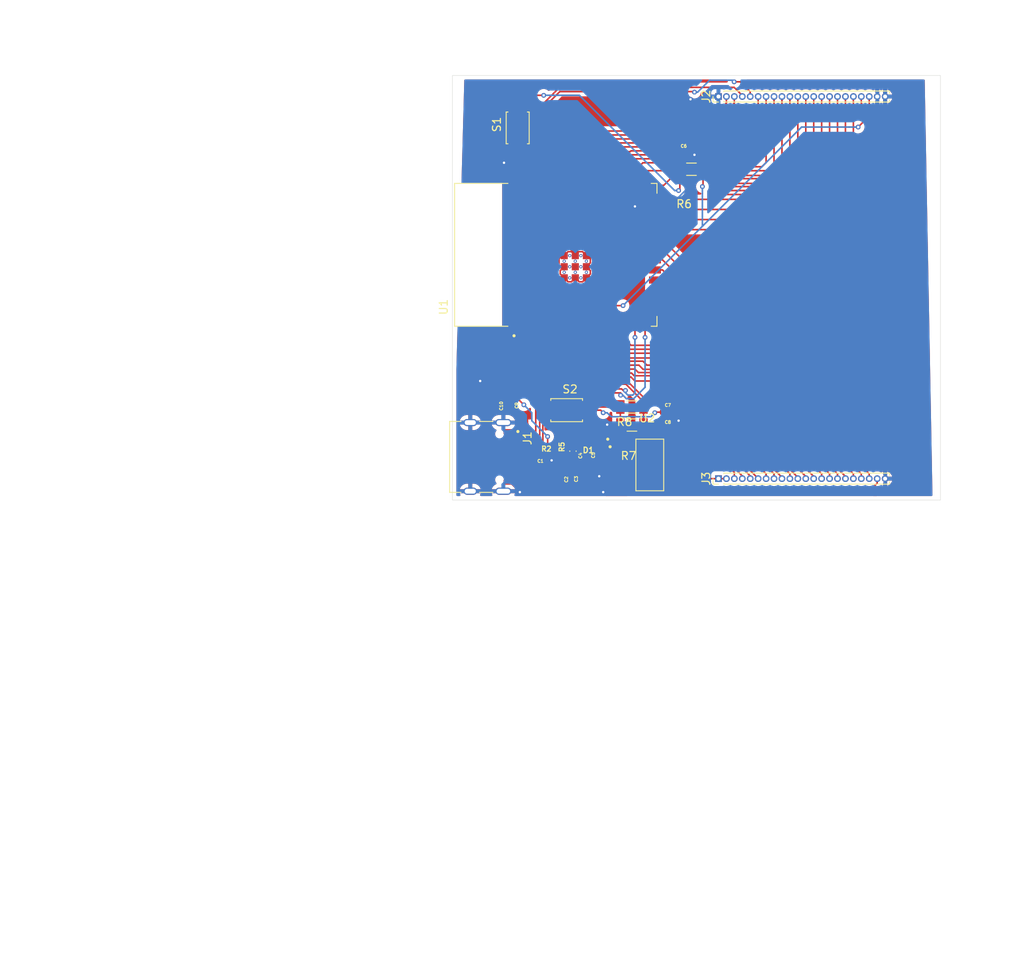
<source format=kicad_pcb>
(kicad_pcb (version 20240108) (generator "pcbnew") (generator_version "8.0")
  (layers (0 "F.Cu" signal) (31 "B.Cu" signal) (34 "B.Paste" user) (35 "F.Paste" user) (36 "B.SilkS" user "B.Silkscreen") (37 "F.SilkS" user "F.Silkscreen") (38 "B.Mask" user) (39 "F.Mask" user) (44 "Edge.Cuts" user))
  (net 0 "")
  (net 1 "GND")
  (net 2 "VCC_5V")
  (net 3 "Net-(J1-CC2)")
  (net 5 "Net-(J1-CC1)")
  (net 7 "D-")
  (net 8 "D+")
  (net 9 "Net-(D1-PadA)")
  (net 10 "CHIP_PU")
  (net 11 "ESP_3V3")
  (net 12 "GPIO_7")
  (net 13 "GPIO_11")
  (net 14 "GPIO_2")
  (net 15 "GPIO_9")
  (net 16 "GPIO_21")
  (net 17 "GPIO_16")
  (net 18 "GPIO_47")
  (net 19 "GPIO_46")
  (net 20 "GPIO_38")
  (net 21 "GPIO_18")
  (net 22 "GPIO_15")
  (net 23 "GPIO_17")
  (net 24 "GPIO_36")
  (net 25 "GPIO_13")
  (net 26 "GPIO_39")
  (net 27 "GPIO_48")
  (net 28 "GPIO_0")
  (net 29 "GPIO_8")
  (net 30 "U0RXD")
  (net 31 "GPIO_14")
  (net 32 "GPIO_37")
  (net 33 "GPIO_4")
  (net 34 "GPIO_6")
  (net 35 "U0TXD")
  (net 36 "GPIO_35")
  (net 37 "GPIO_41")
  (net 38 "GPIO_5")
  (net 39 "GPIO_45")
  (net 40 "GPIO_12")
  (net 41 "GPIO_1")
  (net 42 "GPIO_40")
  (net 43 "GPIO_10")
  (net 44 "GPIO_42")
  (net 45 "GPIO_3")
  (footprint "Connector_PinHeader_1.00mm:PinHeader_1x22_P1.00mm_Vertical" (layer "F.Cu") (at 141.025 125.805 90)
    (property "Reference" "J3")
    (property "Value" "Conn_01x22_Pin")
  )
  (footprint "1206W4F1002T5E:RESC3115X65N" (layer "F.Cu") (at 130.12 116.775 180)
    (property "Reference" "R8")
    (property "Value" "10K")
  )
  (footprint "CL05B104KO5NNNC:CAPC1005X55N" (layer "F.Cu") (at 136.347 84.775)
    (property "Reference" "C6")
    (property "Value" "0.1uF")
  )
  (footprint "TS-1088-AR02016:SW_TS-1088-AR02016" (layer "F.Cu") (at 121.895 117.175)
    (property "Reference" "S2")
    (property "Value" "TS-1088-AR02016")
  )
  (footprint "KT-0603R:LED_KT-0603R" (layer "F.Cu") (at 125.275 120.83 180)
    (property "Reference" "D1")
    (property "Value" "KT-0603R")
  )
  (footprint "CL05B104KO5NNNC:CAPC1005X55N" (layer "F.Cu") (at 126.125 123.153 90)
    (property "Reference" "C5")
    (property "Value" "0.1uF")
  )
  (footprint "AMS1117-3.3:SOT229P700X180-4N" (layer "F.Cu") (at 132.37 124.0775)
    (property "Reference" "U2")
    (property "Value" "AMS1117-3.3")
  )
  (footprint "0603WAF750JT5E:RESC1608X55N" (layer "F.Cu") (at 122.69 122.34 90)
    (property "Reference" "R5")
    (property "Value" "75")
  )
  (footprint "ESP32-S3-WROOM-1-N16R2:XCVR_ESP32-S3-WROOM-1-N16R2" (layer "F.Cu") (at 120.525 97.6 90)
    (property "Reference" "U1")
    (property "Value" "ESP32-S3-WROOM-1-N16R2")
  )
  (footprint "0402WGF5101TCE:RESC1005X40N" (layer "F.Cu") (at 116.81 119.555 90)
    (property "Reference" "R1" (hide yes))
    (property "Value" "5.1K")
  )
  (footprint "CL05B104KO5NNNC:CAPC1005X55N" (layer "F.Cu") (at 134.347 117.425)
    (property "Reference" "C7")
    (property "Value" "0.1uF")
  )
  (footprint "CL05A106MQ5NUNC:CAPC1005X70N" (layer "F.Cu") (at 118.354 124.535)
    (property "Reference" "C1")
    (property "Value" "10uF")
  )
  (footprint "CL05B104KO5NNNC:CAPC1005X55N" (layer "F.Cu") (at 123.975 126.153 90)
    (property "Reference" "C3")
    (property "Value" "0.1uF")
  )
  (footprint "0402WGF5101TCE:RESC1005X40N" (layer "F.Cu") (at 118.31 123.205)
    (property "Reference" "R2")
    (property "Value" "5.1K")
  )
  (footprint "CL05B104KO5NNNC:CAPC1005X55N" (layer "F.Cu") (at 134.347 118.575)
    (property "Reference" "C8")
    (property "Value" "1uF")
  )
  (footprint "Connector_PinHeader_1.00mm:PinHeader_1x22_P1.00mm_Vertical" (layer "F.Cu") (at 141.025 77.655 90)
    (property "Reference" "J2")
    (property "Value" "Conn_01x22_Pin")
  )
  (footprint "1206W4F1002T5E:RESC3115X65N" (layer "F.Cu") (at 130.12 119.045 180)
    (property "Reference" "R7")
    (property "Value" "10K")
  )
  (footprint "CL05A106MQ5NUNC:CAPC1005X70N" (layer "F.Cu") (at 114.655 116.354 -90)
    (property "Reference" "C9")
    (property "Value" "10uF")
  )
  (footprint "TYPE-C-31-M-12:HRO_TYPE-C-31-M-12" (layer "F.Cu") (at 109.75 123.0635 -90)
    (property "Reference" "J1")
    (property "Value" "TYPE-C-31-M-12")
  )
  (footprint "CL05B104KO5NNNC:CAPC1005X55N" (layer "F.Cu") (at 113.275 116.347 -90)
    (property "Reference" "C10")
    (property "Value" "0.1uF")
  )
  (footprint "TS-1088-AR02016:SW_TS-1088-AR02016" (layer "F.Cu") (at 115.725 81.605 90)
    (property "Reference" "S1")
    (property "Value" "TS-1088-AR02016")
  )
  (footprint "CL05A106MQ5NUNC:CAPC1005X70N" (layer "F.Cu") (at 124.575 123.146 90)
    (property "Reference" "C4")
    (property "Value" "10uF")
  )
  (footprint "1206W4F1002T5E:RESC3115X65N" (layer "F.Cu") (at 137.62 86.815 180)
    (property "Reference" "R6")
    (property "Value" "10K")
  )
  (footprint "CL05A106MQ5NUNC:CAPC1005X70N" (layer "F.Cu") (at 122.805 126.146 90)
    (property "Reference" "C2")
    (property "Value" "10uF")
  )
  (gr_rect (start 107.5 75) (end 169 128.5) (stroke (width 0.05)) (fill none) (layer "Edge.Cuts"))
  (segment (start 138.845 77.655) (end 141.025 77.655) (width 0.2) (layer "F.Cu") (net 1))
  (segment (start 121.085 99.592893) (end 121.085 100.007107) (width 0.2) (layer "F.Cu") (net 1))
  (segment (start 128.0915 122.721) (end 129.025 121.7875) (width 0.2) (layer "F.Cu") (net 1))
  (segment (start 122.077893 97.2) (end 122.492107 97.2) (width 0.2) (layer "F.Cu") (net 1))
  (segment (start 126 101) (end 126 100.5) (width 0.2) (layer "F.Cu") (net 1))
  (segment (start 121.585 100.5) (end 121.585 101.585) (width 0.2) (layer "F.Cu") (net 1))
  (segment (start 114.5 126.2635) (end 114.7635 126.2635) (width 0.2) (layer "F.Cu") (net 1))
  (segment (start 126.111 122.707) (end 126.125 122.721) (width 0.2) (layer "F.Cu") (net 1))
  (segment (start 124.885 99.592893) (end 124.392107 99.1) (width 0.2) (layer "F.Cu") (net 1))
  (segment (start 123.477893 101) (end 123.892107 101) (width 0.2) (layer "F.Cu") (net 1))
  (segment (start 118.9 118.095) (end 119.82 117.175) (width 0.2) (layer "F.Cu") (net 1))
  (segment (start 161.025 82) (end 161.025 77.655) (width 0.2) (layer "F.Cu") (net 1))
  (segment (start 122.805 125.707) (end 123.961 125.707) (width 0.2) (layer "F.Cu") (net 1))
  (segment (start 114 86) (end 115.725 84.275) (width 0.2) (layer "F.Cu") (net 1))
  (segment (start 162.025 125.805) (end 162.025 83) (width 0.2) (layer "F.Cu") (net 1))
  (segment (start 118.793 123.253) (end 118.745 123.205) (width 0.2) (layer "F.Cu") (net 1))
  (segment (start 118.793 124.535) (end 121.633 124.535) (width 0.2) (layer "F.Cu") (net 1))
  (segment (start 124.385 97.692893) (end 124.385 97.7) (width 0.2) (layer "F.Cu") (net 1))
  (segment (start 121.585 96.12) (end 121.585 97.7) (width 0.2) (layer "F.Cu") (net 1))
  (segment (start 111 113.5) (end 109.5 112) (width 0.2) (layer "F.Cu") (net 1))
  (segment (start 162.025 126.775) (end 162.025 125.805) (width 0.2) (layer "F.Cu") (net 1))
  (segment (start 123.892107 101) (end 124.385 100.507107) (width 0.2) (layer "F.Cu") (net 1))
  (segment (start 114.7635 126.2635) (end 116 127.5) (width 0.2) (layer "F.Cu") (net 1))
  (segment (start 136.779 84.775) (end 137.775 84.775) (width 0.2) (layer "F.Cu") (net 1))
  (segment (start 162.025 83) (end 162.025 77.655) (width 0.2) (layer "F.Cu") (net 1))
  (segment (start 119.82 118.82) (end 119.82 117.175) (width 0.2) (layer "F.Cu") (net 1))
  (segment (start 121.577893 99.1) (end 121.085 99.592893) (width 0.2) (layer "F.Cu") (net 1))
  (segment (start 122.985 101.15) (end 123.835 102) (width 0.2) (layer "F.Cu") (net 1))
  (segment (start 124.385 100.5) (end 126 100.5) (width 0.2) (layer "F.Cu") (net 1))
  (segment (start 108.5 116) (end 108.5 112) (width 0.2) (layer "F.Cu") (net 1))
  (segment (start 122.985 100.5) (end 122.985 100.507107) (width 0.2) (layer "F.Cu") (net 1))
  (segment (start 122.492107 97.2) (end 122.985 97.692893) (width 0.2) (layer "F.Cu") (net 1))
  (segment (start 113.289 116.793) (end 113.275 116.779) (width 0.2) (layer "F.Cu") (net 1))
  (segment (start 120.5 119.5) (end 119.82 118.82) (width 0.2) (layer "F.Cu") (net 1))
  (segment (start 134.779 118.575) (end 135.925 118.575) (width 0.2) (layer "F.Cu") (net 1))
  (segment (start 121.585 99.1) (end 121.577893 99.1) (width 0.2) (layer "F.Cu") (net 1))
  (segment (start 122.985 100.507107) (end 123.477893 101) (width 0.2) (layer "F.Cu") (net 1))
  (segment (start 124.695 119.5) (end 120.5 119.5) (width 0.2) (layer "F.Cu") (net 1))
  (segment (start 124.385 100.507107) (end 124.385 100.5) (width 0.2) (layer "F.Cu") (net 1))
  (segment (start 121.799 124.701) (end 122.805 125.707) (width 0.2) (layer "F.Cu") (net 1))
  (segment (start 126.125 120.93) (end 126.025 120.83) (width 0.2) (layer "F.Cu") (net 1))
  (segment (start 122.492107 101) (end 122.077893 101) (width 0.2) (layer "F.Cu") (net 1))
  (segment (start 121.085 100.007107) (end 121.577893 100.5) (width 0.2) (layer "F.Cu") (net 1))
  (segment (start 121.799 124.701) (end 125.201 124.701) (width 0.2) (layer "F.Cu") (net 1))
  (segment (start 122.985 100.507107) (end 122.492107 101) (width 0.2) (layer "F.Cu") (net 1))
  (segment (start 122.985 97.7) (end 122.985 97.515) (width 0.2) (layer "F.Cu") (net 1))
  (segment (start 127 119) (end 126.5 119) (width 0.2) (layer "F.Cu") (net 1))
  (segment (start 123.3 97.2) (end 123.892107 97.2) (width 0.2) (layer "F.Cu") (net 1))
  (segment (start 126.5 127.5) (end 126.9 127.9) (width 0.2) (layer "F.Cu") (net 1))
  (segment (start 126.9 127.9) (end 160.9 127.9) (width 0.2) (layer "F.Cu") (net 1))
  (segment (start 109 111.5) (end 109.5 111.5) (width 0.2) (layer "F.Cu") (net 1))
  (segment (start 115.265 88.85) (end 115.265 86.85) (width 0.2) (layer "F.Cu") (net 1))
  (segment (start 138.5 78) (end 138.845 77.655) (width 0.2) (layer "F.Cu") (net 1))
  (segment (start 119.04 123.5) (end 118.745 123.205) (width 0.2) (layer "F.Cu") (net 1))
  (segment (start 109.5 111.5) (end 113.615 111.5) (width 0.2) (layer "F.Cu") (net 1))
  (segment (start 124.385 97.7) (end 124.385 97.615) (width 0.2) (layer "F.Cu") (net 1))
  (segment (start 126 100.5) (end 126 98.5) (width 0.2) (layer "F.Cu") (net 1))
  (segment (start 125 102) (end 126 101) (width 0.2) (layer "F.Cu") (net 1))
  (segment (start 121.633 124.535) (end 121.799 124.701) (width 0.2) (layer "F.Cu") (net 1))
  (segment (start 115.265 86.85) (end 115.725 86.39) (width 0.2) (layer "F.Cu") (net 1))
  (segment (start 124.392107 99.1) (end 124.385 99.1) (width 0.2) (layer "F.Cu") (net 1))
  (segment (start 162.025 83) (end 161.025 82) (width 0.2) (layer "F.Cu") (net 1))
  (segment (start 125.25 96.75) (end 130.5 91.5) (width 0.2) (layer "F.Cu") (net 1))
  (segment (start 113.275 116.779) (end 109.279 116.779) (width 0.2) (layer "F.Cu") (net 1))
  (segment (start 124.385 97.615) (end 125.25 96.75) (width 0.2) (layer "F.Cu") (net 1))
  (segment (start 122.077893 101) (end 121.585 100.507107) (width 0.2) (layer "F.Cu") (net 1))
  (segment (start 114.655 116.793) (end 114.655 116.965) (width 0.2) (layer "F.Cu") (net 1))
  (segment (start 124.885 97.885) (end 124.885 98.607107) (width 0.2) (layer "F.Cu") (net 1))
  (segment (start 124.575 122.707) (end 126.111 122.707) (width 0.2) (layer "F.Cu") (net 1))
  (segment (start 122.985 97.692893) (end 122.985 97.7) (width 0.2) (layer "F.Cu") (net 1))
  (segment (start 108.5 112) (end 109 111.5) (width 0.2) (layer "F.Cu") (net 1))
  (segment (start 124.385 97.7) (end 124.7 97.7) (width 0.2) (layer "F.Cu") (net 1))
  (segment (start 116 127.5) (end 126.5 127.5) (width 0.2) (layer "F.Cu") (net 1))
  (segment (start 121.585 101.585) (end 122.5 102.5) (width 0.2) (layer "F.Cu") (net 1))
  (segment (start 120.935 99.1) (end 115.265 104.77) (width 0.2) (layer "F.Cu") (net 1))
  (segment (start 122.985 100.5) (end 122.985 101.15) (width 0.2) (layer "F.Cu") (net 1))
  (segment (start 126.025 119.525) (end 126.025 120.83) (width 0.2) (layer "F.Cu") (net 1))
  (segment (start 123.5 102.5) (end 124 102) (width 0.2) (layer "F.Cu") (net 1))
  (segment (start 125.201 124.701) (end 126 125.5) (width 0.2) (layer "F.Cu") (net 1))
  (segment (start 115.265 109.85) (end 115.265 106.35) (width 0.2) (layer "F.Cu") (net 1))
  (segment (start 122.5 102.5) (end 123.5 102.5) (width 0.2) (layer "F.Cu") (net 1))
  (segment (start 109.279 116.779) (end 108.5 116) (width 0.2) (layer "F.Cu") (net 1))
  (segment (start 114.655 116.793) (end 113.289 116.793) (width 0.2) (layer "F.Cu") (net 1))
  (segment (start 118.9 121.9) (end 118.9 118.095) (width 0.2) (layer "F.Cu") (net 1))
  (segment (start 118.745 123.205) (end 118.745 122.055) (width 0.2) (layer "F.Cu") (net 1))
  (segment (start 126.025 120.83) (end 124.695 119.5) (width 0.2) (layer "F.Cu") (net 1))
  (segment (start 124.385 99.1) (end 125.4 99.1) (width 0.2) (layer "F.Cu") (net 1))
  (segment (start 137.775 84.775) (end 138 85) (width 0.2) (layer "F.Cu") (net 1))
  (segment (start 126 119.5) (end 126.025 119.525) (width 0.2) (layer "F.Cu") (net 1))
  (segment (start 126.125 122.721) (end 126.125 120.93) (width 0.2) (layer "F.Cu") (net 1))
  (segment (start 122.985 97.515) (end 123.3 97.2) (width 0.2) (layer "F.Cu") (net 1))
  (segment (start 114.655 116.965) (end 116.81 119.12) (width 0.2) (layer "F.Cu") (net 1))
  (segment (start 126 97.5) (end 125.25 96.75) (width 0.2) (layer "F.Cu") (net 1))
  (segment (start 124.7 97.7) (end 124.885 97.885) (width 0.2) (layer "F.Cu") (net 1))
  (segment (start 121.585 96.12) (end 122.985 97.52) (width 0.2) (layer "F.Cu") (net 1))
  (segment (start 120 123.5) (end 119.04 123.5) (width 0.2) (layer "F.Cu") (net 1))
  (segment (start 115.725 86.39) (end 115.725 83.68) (width 0.2) (layer "F.Cu") (net 1))
  (segment (start 109.5 112) (end 109.5 111.5) (width 0.2) (layer "F.Cu") (net 1))
  (segment (start 115.265 88.85) (end 115.265 89.8) (width 0.2) (layer "F.Cu") (net 1))
  (segment (start 121.577893 100.5) (end 121.585 100.5) (width 0.2) (layer "F.Cu") (net 1))
  (segment (start 126 98.5) (end 126 97.5) (width 0.2) (layer "F.Cu") (net 1))
  (segment (start 135.925 118.575) (end 136 118.5) (width 0.2) (layer "F.Cu") (net 1))
  (segment (start 121.585 99.1) (end 120.935 99.1) (width 0.2) (layer "F.Cu") (net 1))
  (segment (start 123.961 125.707) (end 123.975 125.721) (width 0.2) (layer "F.Cu") (net 1))
  (segment (start 121.585 97.7) (end 121.3 97.7) (width 0.2) (layer "F.Cu") (net 1))
  (segment (start 118.793 124.535) (end 118.793 123.253) (width 0.2) (layer "F.Cu") (net 1))
  (segment (start 124.385 100.5) (end 124.392107 100.5) (width 0.2) (layer "F.Cu") (net 1))
  (segment (start 134.779 117.425) (end 134.779 118.575) (width 0.2) (layer "F.Cu") (net 1))
  (segment (start 118.745 122.055) (end 118.9 121.9) (width 0.2) (layer "F.Cu") (net 1))
  (segment (start 113.615 111.5) (end 115.265 109.85) (width 0.2) (layer "F.Cu") (net 1))
  (segment (start 124.392107 100.5) (end 124.885 100.007107) (width 0.2) (layer "F.Cu") (net 1))
  (segment (start 122.985 97.52) (end 122.985 97.7) (width 0.2) (layer "F.Cu") (net 1))
  (segment (start 115.725 84.275) (end 115.725 83.68) (width 0.2) (layer "F.Cu") (net 1))
  (segment (start 121.3 97.7) (end 120.935 98.065) (width 0.2) (layer "F.Cu") (net 1))
  (segment (start 121.585 97.7) (end 121.585 97.692893) (width 0.2) (layer "F.Cu") (net 1))
  (segment (start 123.835 102) (end 124.5 102) (width 0.2) (layer "F.Cu") (net 1))
  (segment (start 121.585 100.507107) (end 121.585 100.5) (width 0.2) (layer "F.Cu") (net 1))
  (segment (start 115.265 89.8) (end 121.585 96.12) (width 0.2) (layer "F.Cu") (net 1))
  (segment (start 115.265 104.77) (end 115.265 106.35) (width 0.2) (layer "F.Cu") (net 1))
  (segment (start 124.885 100.007107) (end 124.885 99.592893) (width 0.2) (layer "F.Cu") (net 1))
  (segment (start 137.5 78) (end 138.5 78) (width 0.2) (layer "F.Cu") (net 1))
  (segment (start 124.885 98.607107) (end 124.392107 99.1) (width 0.2) (layer "F.Cu") (net 1))
  (segment (start 126.5 119) (end 126 119.5) (width 0.2) (layer "F.Cu") (net 1))
  (segment (start 124.5 102) (end 125 102) (width 0.2) (layer "F.Cu") (net 1))
  (segment (start 124 102) (end 124.5 102) (width 0.2) (layer "F.Cu") (net 1))
  (segment (start 120.935 98.065) (end 120.935 99.1) (width 0.2) (layer "F.Cu") (net 1))
  (segment (start 123.892107 97.2) (end 124.385 97.692893) (width 0.2) (layer "F.Cu") (net 1))
  (segment (start 160.9 127.9) (end 162.025 126.775) (width 0.2) (layer "F.Cu") (net 1))
  (segment (start 121.585 97.692893) (end 122.077893 97.2) (width 0.2) (layer "F.Cu") (net 1))
  (segment (start 125.4 99.1) (end 126 98.5) (width 0.2) (layer "F.Cu") (net 1))
  (segment (start 126.125 122.721) (end 128.0915 122.721) (width 0.2) (layer "F.Cu") (net 1))
  (via (at 130.5 91.5) (size 0.6) (drill 0.3) (layers "F.Cu" "B.Cu") (net 1))
  (via (at 127 119) (size 0.6) (drill 0.3) (layers "F.Cu" "B.Cu") (net 1))
  (via (at 137.5 78) (size 0.6) (drill 0.3) (layers "F.Cu" "B.Cu") (net 1))
  (via (at 111 113.5) (size 0.6) (drill 0.3) (layers "F.Cu" "B.Cu") (net 1))
  (via (at 138 85) (size 0.6) (drill 0.3) (layers "F.Cu" "B.Cu") (net 1))
  (via (at 136 118.5) (size 0.6) (drill 0.3) (layers "F.Cu" "B.Cu") (net 1))
  (via (at 126 125.5) (size 0.6) (drill 0.3) (layers "F.Cu" "B.Cu") (net 1))
  (via (at 126.5 127.5) (size 0.6) (drill 0.3) (layers "F.Cu" "B.Cu") (net 1))
  (via (at 120 123.5) (size 0.6) (drill 0.3) (layers "F.Cu" "B.Cu") (net 1))
  (via (at 114 86) (size 0.6) (drill 0.3) (layers "F.Cu" "B.Cu") (net 1))
  (via (at 116 127.5) (size 0.6) (drill 0.3) (layers "F.Cu" "B.Cu") (net 1))
  (segment (start 136 121) (end 135.5 121.5) (width 0.2) (layer "B.Cu") (net 1))
  (segment (start 135.5 121.5) (end 135 121.5) (width 0.2) (layer "B.Cu") (net 1))
  (segment (start 136 118.5) (end 136 121) (width 0.2) (layer "B.Cu") (net 1))
  (segment (start 127 120) (end 127 119) (width 0.2) (layer "B.Cu") (net 1))
  (segment (start 135 121.5) (end 134.5 122) (width 0.2) (layer "B.Cu") (net 1))
  (segment (start 130.5 91.5) (end 134.848529 91.5) (width 0.2) (layer "B.Cu") (net 1))
  (segment (start 126.5 126) (end 126.5 127.5) (width 0.2) (layer "B.Cu") (net 1))
  (segment (start 134.5 122) (end 129 122) (width 0.2) (layer "B.Cu") (net 1))
  (segment (start 126 125.5) (end 126.5 126) (width 0.2) (layer "B.Cu") (net 1))
  (segment (start 134.848529 91.5) (end 137.5 88.848529) (width 0.2) (layer "B.Cu") (net 1))
  (segment (start 137.5 88.848529) (end 137.5 78) (width 0.2) (layer "B.Cu") (net 1))
  (segment (start 129 122) (end 127 120) (width 0.2) (layer "B.Cu") (net 1))
  (segment (start 122.805 126.585) (end 119.605 126.585) (width 0.2) (layer "F.Cu") (net 2))
  (segment (start 115.5365 125.4635) (end 116.465 124.535) (width 0.2) (layer "F.Cu") (net 2))
  (segment (start 125.1325 126.3675) (end 129.025 126.3675) (width 0.2) (layer "F.Cu") (net 2))
  (segment (start 113.1 121.3935) (end 113.63 120.8635) (width 0.2) (layer "F.Cu") (net 2))
  (segment (start 116.465 124.535) (end 117.915 124.535) (width 0.2) (layer "F.Cu") (net 2))
  (segment (start 114.3 125.2635) (end 113.63 125.2635) (width 0.2) (layer "F.Cu") (net 2))
  (segment (start 124.915 126.585) (end 125.1325 126.3675) (width 0.2) (layer "F.Cu") (net 2))
  (segment (start 122.805 126.585) (end 123.975 126.585) (width 0.2) (layer "F.Cu") (net 2))
  (segment (start 130.0575 127.4) (end 160 127.4) (width 0.2) (layer "F.Cu") (net 2))
  (segment (start 113.1 124.7335) (end 113.1 121.3935) (width 0.2) (layer "F.Cu") (net 2))
  (segment (start 114.3 120.8635) (end 114.5 120.6635) (width 0.2) (layer "F.Cu") (net 2))
  (segment (start 113.63 120.8635) (end 114.3 120.8635) (width 0.2) (layer "F.Cu") (net 2))
  (segment (start 119.605 126.585) (end 117.915 124.895) (width 0.2) (layer "F.Cu") (net 2))
  (segment (start 114.5 125.4635) (end 114.3 125.2635) (width 0.2) (layer "F.Cu") (net 2))
  (segment (start 123.975 126.585) (end 124.915 126.585) (width 0.2) (layer "F.Cu") (net 2))
  (segment (start 161.025 126.375) (end 161.025 125.805) (width 0.2) (layer "F.Cu") (net 2))
  (segment (start 129.025 126.3675) (end 130.0575 127.4) (width 0.2) (layer "F.Cu") (net 2))
  (segment (start 117.915 124.895) (end 117.915 124.535) (width 0.2) (layer "F.Cu") (net 2))
  (segment (start 114.5 125.4635) (end 115.5365 125.4635) (width 0.2) (layer "F.Cu") (net 2))
  (segment (start 160 127.4) (end 161.025 126.375) (width 0.2) (layer "F.Cu") (net 2))
  (segment (start 113.63 125.2635) (end 113.1 124.7335) (width 0.2) (layer "F.Cu") (net 2))
  (segment (start 114.5 124.8135) (end 115.32 124.8135) (width 0.2) (layer "F.Cu") (net 3))
  (segment (start 115.532843 124.032843) (end 116.360686 123.205) (width 0.2) (layer "F.Cu") (net 3))
  (segment (start 115.32 124.8135) (end 115.532843 124.600657) (width 0.2) (layer "F.Cu") (net 3))
  (segment (start 115.532843 124.600657) (end 115.532843 124.032843) (width 0.2) (layer "F.Cu") (net 3))
  (segment (start 116.360686 123.205) (end 117.875 123.205) (width 0.2) (layer "F.Cu") (net 3))
  (segment (start 115.32 121.8135) (end 116.81 120.3235) (width 0.2) (layer "F.Cu") (net 5))
  (segment (start 116.81 120.3235) (end 116.81 119.99) (width 0.2) (layer "F.Cu") (net 5))
  (segment (start 114.5 121.8135) (end 115.32 121.8135) (width 0.2) (layer "F.Cu") (net 5))
  (segment (start 114.5 122.3135) (end 113.68 122.3135) (width 0.2) (layer "F.Cu") (net 7))
  (segment (start 118 120.5) (end 118 115.434314) (width 0.2) (layer "F.Cu") (net 7))
  (segment (start 116.1865 122.3135) (end 118 120.5) (width 0.2) (layer "F.Cu") (net 7))
  (segment (start 129.017678 114.689477) (end 129.300521 114.689477) (width 0.2) (layer "F.Cu") (net 7))
  (segment (start 113.5 123) (end 113.8135 123.3135) (width 0.2) (layer "F.Cu") (net 7))
  (segment (start 118.934314 114.5) (end 128.828201 114.5) (width 0.2) (layer "F.Cu") (net 7))
  (segment (start 113.8135 123.3135) (end 114.5 123.3135) (width 0.2) (layer "F.Cu") (net 7))
  (segment (start 130.505 108) (end 130.505 106.35) (width 0.2) (layer "F.Cu") (net 7))
  (segment (start 114.5 122.3135) (end 116.1865 122.3135) (width 0.2) (layer "F.Cu") (net 7))
  (segment (start 113.68 122.3135) (end 113.5 122.4935) (width 0.2) (layer "F.Cu") (net 7))
  (segment (start 118 115.434314) (end 118.934314 114.5) (width 0.2) (layer "F.Cu") (net 7))
  (segment (start 128.828201 114.5) (end 129.017678 114.689477) (width 0.2) (layer "F.Cu") (net 7))
  (segment (start 113.5 122.4935) (end 113.5 123) (width 0.2) (layer "F.Cu") (net 7))
  (via (at 130.505 108) (size 0.6) (drill 0.3) (layers "F.Cu" "B.Cu") (net 7))
  (via (at 129.300521 114.689477) (size 0.6) (drill 0.3) (layers "F.Cu" "B.Cu") (net 7))
  (segment (start 129.300521 114.97232) (end 129.603201 115.275) (width 0.2) (layer "B.Cu") (net 7))
  (segment (start 130.225 115.275) (end 130.5 115) (width 0.2) (layer "B.Cu") (net 7))
  (segment (start 129.300521 114.689477) (end 129.300521 114.97232) (width 0.2) (layer "B.Cu") (net 7))
  (segment (start 130.5 108.005) (end 130.505 108) (width 0.2) (layer "B.Cu") (net 7))
  (segment (start 130.5 115) (end 130.5 108.005) (width 0.2) (layer "B.Cu") (net 7))
  (segment (start 129.603201 115.275) (end 130.225 115.275) (width 0.2) (layer "B.Cu") (net 7))
  (segment (start 118.5 121) (end 118.5 115.5) (width 0.2) (layer "F.Cu") (net 8))
  (segment (start 118.5 115.5) (end 119 115) (width 0.2) (layer "F.Cu") (net 8))
  (segment (start 116.2865 122.7135) (end 116.7865 122.7135) (width 0.2) (layer "F.Cu") (net 8))
  (segment (start 131.775 108) (end 131.775 106.35) (width 0.2) (layer "F.Cu") (net 8))
  (segment (start 115.1865 123.8135) (end 114.5 123.8135) (width 0.2) (layer "F.Cu") (net 8))
  (segment (start 114.5 122.8135) (end 115.32 122.8135) (width 0.2) (layer "F.Cu") (net 8))
  (segment (start 128.691803 115) (end 128.699479 115.007676) (width 0.2) (layer "F.Cu") (net 8))
  (segment (start 115.5 123.5) (end 116.2865 122.7135) (width 0.2) (layer "F.Cu") (net 8))
  (segment (start 119 115) (end 128.691803 115) (width 0.2) (layer "F.Cu") (net 8))
  (segment (start 115.5 122.9935) (end 115.5 123.5) (width 0.2) (layer "F.Cu") (net 8))
  (segment (start 115.5 123.5) (end 115.1865 123.8135) (width 0.2) (layer "F.Cu") (net 8))
  (segment (start 115.32 122.8135) (end 115.5 122.9935) (width 0.2) (layer "F.Cu") (net 8))
  (segment (start 116.7865 122.7135) (end 118.5 121) (width 0.2) (layer "F.Cu") (net 8))
  (segment (start 128.699479 115.007676) (end 128.699479 115.290519) (width 0.2) (layer "F.Cu") (net 8))
  (via (at 128.699479 115.290519) (size 0.6) (drill 0.3) (layers "F.Cu" "B.Cu") (net 8))
  (via (at 131.775 108) (size 0.6) (drill 0.3) (layers "F.Cu" "B.Cu") (net 8))
  (segment (start 131.775 114.290686) (end 130.340686 115.725) (width 0.2) (layer "B.Cu") (net 8))
  (segment (start 129.416803 115.725) (end 128.982322 115.290519) (width 0.2) (layer "B.Cu") (net 8))
  (segment (start 131.775 108) (end 131.775 114.290686) (width 0.2) (layer "B.Cu") (net 8))
  (segment (start 128.982322 115.290519) (end 128.699479 115.290519) (width 0.2) (layer "B.Cu") (net 8))
  (segment (start 130.340686 115.725) (end 129.416803 115.725) (width 0.2) (layer "B.Cu") (net 8))
  (segment (start 122.69 121.56) (end 123.795 121.56) (width 0.2) (layer "F.Cu") (net 9))
  (segment (start 123.795 121.56) (end 124.525 120.83) (width 0.2) (layer "F.Cu") (net 9))
  (segment (start 117.805 113.305) (end 117.805 106.35) (width 0.2) (layer "F.Cu") (net 10))
  (segment (start 133.915 117.425) (end 133.915 116.915) (width 0.2) (layer "F.Cu") (net 10))
  (segment (start 133.075 117.425) (end 133 117.5) (width 0.2) (layer "F.Cu") (net 10))
  (segment (start 133.915 118.915) (end 134.5 119.5) (width 0.2) (layer "F.Cu") (net 10))
  (segment (start 143.025 125.025) (end 143.025 125.805) (width 0.2) (layer "F.Cu") (net 10))
  (segment (start 126.5 117.5) (end 126.175 117.175) (width 0.2) (layer "F.Cu") (net 10))
  (segment (start 118 113.5) (end 117.805 113.305) (width 0.2) (layer "F.Cu") (net 10))
  (segment (start 137.5 119.934315) (end 137.5 124) (width 0.2) (layer "F.Cu") (net 10))
  (segment (start 137.5 124) (end 138 124.5) (width 0.2) (layer "F.Cu") (net 10))
  (segment (start 133.915 118.575) (end 133.915 118.915) (width 0.2) (layer "F.Cu") (net 10))
  (segment (start 133.915 117.425) (end 133.075 117.425) (width 0.2) (layer "F.Cu") (net 10))
  (segment (start 129.525259 113.5) (end 118 113.5) (width 0.2) (layer "F.Cu") (net 10))
  (segment (start 133.915 118.575) (end 133.915 117.425) (width 0.2) (layer "F.Cu") (net 10))
  (segment (start 128.66 119.045) (end 128.66 116.775) (width 0.2) (layer "F.Cu") (net 10))
  (segment (start 132.987371 115.487371) (end 131.51263 115.487371) (width 0.2) (layer "F.Cu") (net 10))
  (segment (start 138 124.5) (end 142.5 124.5) (width 0.2) (layer "F.Cu") (net 10))
  (segment (start 128.66 116.775) (end 124.37 116.775) (width 0.2) (layer "F.Cu") (net 10))
  (segment (start 133.5 116) (end 132.987371 115.487371) (width 0.2) (layer "F.Cu") (net 10))
  (segment (start 133.5 116.5) (end 133.5 116) (width 0.2) (layer "F.Cu") (net 10))
  (segment (start 142.5 124.5) (end 143.025 125.025) (width 0.2) (layer "F.Cu") (net 10))
  (segment (start 137.065685 119.5) (end 137.5 119.934315) (width 0.2) (layer "F.Cu") (net 10))
  (segment (start 133.915 116.915) (end 133.5 116.5) (width 0.2) (layer "F.Cu") (net 10))
  (segment (start 124.37 116.775) (end 123.97 117.175) (width 0.2) (layer "F.Cu") (net 10))
  (segment (start 126.175 117.175) (end 123.97 117.175) (width 0.2) (layer "F.Cu") (net 10))
  (segment (start 131.51263 115.487371) (end 129.525259 113.5) (width 0.2) (layer "F.Cu") (net 10))
  (segment (start 134.5 119.5) (end 137.065685 119.5) (width 0.2) (layer "F.Cu") (net 10))
  (via (at 133 117.5) (size 0.6) (drill 0.3) (layers "F.Cu" "B.Cu") (net 10))
  (via (at 126.5 117.5) (size 0.6) (drill 0.3) (layers "F.Cu" "B.Cu") (net 10))
  (segment (start 127 117.5) (end 126.5 117.5) (width 0.2) (layer "B.Cu") (net 10))
  (segment (start 133 117.5) (end 132.5 118) (width 0.2) (layer "B.Cu") (net 10))
  (segment (start 127.5 118) (end 127 117.5) (width 0.2) (layer "B.Cu") (net 10))
  (segment (start 132.5 118) (end 127.5 118) (width 0.2) (layer "B.Cu") (net 10))
  (segment (start 131.58 119.045) (end 131.58 116.775) (width 0.2) (layer "F.Cu") (net 11))
  (segment (start 129.359573 113.9) (end 131.58 116.120427) (width 0.2) (layer "F.Cu") (net 11))
  (segment (start 117.935 104) (end 129 104) (width 0.2) (layer "F.Cu") (net 11))
  (segment (start 159.025 78.525) (end 159.025 77.655) (width 0.2) (layer "F.Cu") (net 11))
  (segment (start 124.575 123.585) (end 123.155 123.585) (width 0.2) (layer "F.Cu") (net 11))
  (segment (start 114.655 115.915) (end 114.655 115.845) (width 0.2) (layer "F.Cu") (net 11))
  (segment (start 138.695 125.805) (end 141.025 125.805) (width 0.2) (layer "F.Cu") (net 11))
  (segment (start 131.58 119.045) (end 132.535 120) (width 0.2) (layer "F.Cu") (net 11))
  (segment (start 115.915 115.915) (end 114.655 115.915) (width 0.2) (layer "F.Cu") (net 11))
  (segment (start 131.58 116.120427) (end 131.58 116.775) (width 0.2) (layer "F.Cu") (net 11))
  (segment (start 139.08 88.92) (end 139.08 86.815) (width 0.2) (layer "F.Cu") (net 11))
  (segment (start 141.025 125.805) (end 142.025 125.805) (width 0.2) (layer "F.Cu") (net 11))
  (segment (start 122.69 123.12) (end 121.12 123.12) (width 0.2) (layer "F.Cu") (net 11))
  (segment (start 123.155 123.585) (end 122.69 123.12) (width 0.2) (layer "F.Cu") (net 11))
  (segment (start 116.5 116.5) (end 115.915 115.915) (width 0.2) (layer "F.Cu") (net 11))
  (segment (start 139 89) (end 139.08 88.92) (width 0.2) (layer "F.Cu") (net 11))
  (segment (start 121.12 123.12) (end 119.5 121.5) (width 0.2) (layer "F.Cu") (net 11))
  (segment (start 124.575 123.585) (end 126.125 123.585) (width 0.2) (layer "F.Cu") (net 11))
  (segment (start 137 126) (end 137.5 126.5) (width 0.2) (layer "F.Cu") (net 11))
  (segment (start 126.6175 124.0775) (end 126.125 123.585) (width 0.2) (layer "F.Cu") (net 11))
  (segment (start 129.025 124.0775) (end 126.6175 124.0775) (width 0.2) (layer "F.Cu") (net 11))
  (segment (start 138 126.5) (end 138.695 125.805) (width 0.2) (layer "F.Cu") (net 11))
  (segment (start 116.535 113.965) (end 116.535 113) (width 0.2) (layer "F.Cu") (net 11))
  (segment (start 160.025 79.5) (end 160 79.5) (width 0.2) (layer "F.Cu") (net 11))
  (segment (start 158.625 81.5) (end 160.025 80.1) (width 0.2) (layer "F.Cu") (net 11))
  (segment (start 113.275 115.915) (end 114.655 115.915) (width 0.2) (layer "F.Cu") (net 11))
  (segment (start 117.435 113.9) (end 129.359573 113.9) (width 0.2) (layer "F.Cu") (net 11))
  (segment (start 116.535 106.35) (end 116.535 105.4) (width 0.2) (layer "F.Cu") (net 11))
  (segment (start 114.655 115.845) (end 116.535 113.965) (width 0.2) (layer "F.Cu") (net 11))
  (segment (start 137 120) (end 137 126) (width 0.2) (layer "F.Cu") (net 11))
  (segment (start 160 79.5) (end 159.025 78.525) (width 0.2) (layer "F.Cu") (net 11))
  (segment (start 132.535 120) (end 137 120) (width 0.2) (layer "F.Cu") (net 11))
  (segment (start 160.025 79.5) (end 160.025 77.655) (width 0.2) (layer "F.Cu") (net 11))
  (segment (start 119.5 121.5) (end 119.5 120.5) (width 0.2) (layer "F.Cu") (net 11))
  (segment (start 116.535 113) (end 116.535 106.35) (width 0.2) (layer "F.Cu") (net 11))
  (segment (start 137.5 126.5) (end 138 126.5) (width 0.2) (layer "F.Cu") (net 11))
  (segment (start 160.025 80.1) (end 160.025 79.5) (width 0.2) (layer "F.Cu") (net 11))
  (segment (start 116.535 105.4) (end 117.935 104) (width 0.2) (layer "F.Cu") (net 11))
  (segment (start 116.535 113) (end 117.435 113.9) (width 0.2) (layer "F.Cu") (net 11))
  (via (at 139 89) (size 0.6) (drill 0.3) (layers "F.Cu" "B.Cu") (net 11))
  (via (at 129 104) (size 0.6) (drill 0.3) (layers "F.Cu" "B.Cu") (net 11))
  (via (at 119.5 120.5) (size 0.6) (drill 0.3) (layers "F.Cu" "B.Cu") (net 11))
  (via (at 158.625 81.5) (size 0.6) (drill 0.3) (layers "F.Cu" "B.Cu") (net 11))
  (via (at 116.5 116.5) (size 0.6) (drill 0.3) (layers "F.Cu" "B.Cu") (net 11))
  (segment (start 119.5 120.5) (end 117.5 118.5) (width 0.2) (layer "B.Cu") (net 11))
  (segment (start 117.5 118.5) (end 117.5 117.5) (width 0.2) (layer "B.Cu") (net 11))
  (segment (start 151.5 81.5) (end 157.5 81.5) (width 0.2) (layer "B.Cu") (net 11))
  (segment (start 139 94) (end 139 89) (width 0.2) (layer "B.Cu") (net 11))
  (segment (start 139 94) (end 151.5 81.5) (width 0.2) (layer "B.Cu") (net 11))
  (segment (start 117.5 117.5) (end 116.5 116.5) (width 0.2) (layer "B.Cu") (net 11))
  (segment (start 157.5 81.5) (end 158.625 81.5) (width 0.2) (layer "B.Cu") (net 11))
  (segment (start 129 104) (end 139 94) (width 0.2) (layer "B.Cu") (net 11))
  (segment (start 133.855355 112.034315) (end 131.534315 112.034315) (width 0.2) (layer "F.Cu") (net 12))
  (segment (start 123.5 111.5) (end 122.885 110.885) (width 0.2) (layer "F.Cu") (net 12))
  (segment (start 147.025 125.20396) (end 133.855355 112.034315) (width 0.2) (layer "F.Cu") (net 12))
  (segment (start 131 111.5) (end 123.5 111.5) (width 0.2) (layer "F.Cu") (net 12))
  (segment (start 122.885 110.885) (end 122.885 106.35) (width 0.2) (layer "F.Cu") (net 12))
  (segment (start 147.025 125.805) (end 147.025 125.20396) (width 0.2) (layer "F.Cu") (net 12))
  (segment (start 131.534315 112.034315) (end 131 111.5) (width 0.2) (layer "F.Cu") (net 12))
  (segment (start 153 121.5) (end 157.025 125.525) (width 0.2) (layer "F.Cu") (net 13))
  (segment (start 133.025 99.505) (end 133.975 99.505) (width 0.2) (layer "F.Cu") (net 13))
  (segment (start 151 121.5) (end 153 121.5) (width 0.2) (layer "F.Cu") (net 13))
  (segment (start 137.5 103.03) (end 137.5 108) (width 0.2) (layer "F.Cu") (net 13))
  (segment (start 157.025 125.525) (end 157.025 125.805) (width 0.2) (layer "F.Cu") (net 13))
  (segment (start 137.5 108) (end 151 121.5) (width 0.2) (layer "F.Cu") (net 13))
  (segment (start 133.975 99.505) (end 137.5 103.03) (width 0.2) (layer "F.Cu") (net 13))
  (segment (start 118.5 80) (end 119 79.5) (width 0.2) (layer "F.Cu") (net 14))
  (segment (start 137.932843 77.032843) (end 138 77.1) (width 0.2) (layer "F.Cu") (net 14))
  (segment (start 145.025 77.05396) (end 145.025 77.655) (width 0.2) (layer "F.Cu") (net 14))
  (segment (start 118.5 86.500686) (end 118.5 80) (width 0.2) (layer "F.Cu") (net 14))
  (segment (start 117.805 87.195686) (end 118.5 86.500686) (width 0.2) (layer "F.Cu") (net 14))
  (segment (start 143 75.8) (end 143.77104 75.8) (width 0.2) (layer "F.Cu") (net 14))
  (segment (start 143.77104 75.8) (end 145.025 77.05396) (width 0.2) (layer "F.Cu") (net 14))
  (segment (start 121.032843 77.032843) (end 137.932843 77.032843) (width 0.2) (layer "F.Cu") (net 14))
  (segment (start 119 79.065686) (end 121.032843 77.032843) (width 0.2) (layer "F.Cu") (net 14))
  (segment (start 117.805 88.85) (end 117.805 87.195686) (width 0.2) (layer "F.Cu") (net 14))
  (segment (start 119 79.5) (end 119 79.065686) (width 0.2) (layer "F.Cu") (net 14))
  (via (at 143 75.8) (size 0.6) (drill 0.3) (layers "F.Cu" "B.Cu") (net 14))
  (via (at 138 77.1) (size 0.6) (drill 0.3) (layers "F.Cu" "B.Cu") (net 14))
  (segment (start 139.9 75.6) (end 140 75.6) (width 0.2) (layer "B.Cu") (net 14))
  (segment (start 138 77.1) (end 138.4 77.1) (width 0.2) (layer "B.Cu") (net 14))
  (segment (start 142.8 75.6) (end 143 75.8) (width 0.2) (layer "B.Cu") (net 14))
  (segment (start 138.4 77.1) (end 139.5 76) (width 0.2) (layer "B.Cu") (net 14))
  (segment (start 139.5 76) (end 139.9 75.6) (width 0.2) (layer "B.Cu") (net 14))
  (segment (start 140 75.6) (end 142.8 75.6) (width 0.2) (layer "B.Cu") (net 14))
  (segment (start 133.975 102.045) (end 136.5 104.57) (width 0.2) (layer "F.Cu") (net 15))
  (segment (start 152.52104 122.7) (end 155.025 125.20396) (width 0.2) (layer "F.Cu") (net 15))
  (segment (start 150.5 122.5) (end 151 122.5) (width 0.2) (layer "F.Cu") (net 15))
  (segment (start 136.5 104.57) (end 136.5 108.5) (width 0.2) (layer "F.Cu") (net 15))
  (segment (start 151 122.5) (end 151.2 122.7) (width 0.2) (layer "F.Cu") (net 15))
  (segment (start 136.5 108.5) (end 150.5 122.5) (width 0.2) (layer "F.Cu") (net 15))
  (segment (start 151.2 122.7) (end 152.52104 122.7) (width 0.2) (layer "F.Cu") (net 15))
  (segment (start 133.025 102.045) (end 133.975 102.045) (width 0.2) (layer "F.Cu") (net 15))
  (segment (start 155.025 125.20396) (end 155.025 125.805) (width 0.2) (layer "F.Cu") (net 15))
  (segment (start 133.025 94.425) (end 152.075 94.425) (width 0.2) (layer "F.Cu") (net 16))
  (segment (start 152.075 94.425) (end 158.025 88.475) (width 0.2) (layer "F.Cu") (net 16))
  (segment (start 158.025 88.475) (end 158.025 77.655) (width 0.2) (layer "F.Cu") (net 16))
  (segment (start 133.986726 110.6) (end 126.1 110.6) (width 0.2) (layer "F.Cu") (net 17))
  (segment (start 125.425 109.925) (end 125.425 106.35) (width 0.2) (layer "F.Cu") (net 17))
  (segment (start 126.1 110.6) (end 125.425 109.925) (width 0.2) (layer "F.Cu") (net 17))
  (segment (start 149.025 125.805) (end 149.025 125.638274) (width 0.2) (layer "F.Cu") (net 17))
  (segment (start 149.025 125.638274) (end 133.986726 110.6) (width 0.2) (layer "F.Cu") (net 17))
  (segment (start 133.025 93.155) (end 152.345 93.155) (width 0.2) (layer "F.Cu") (net 18))
  (segment (start 157.025 88.475) (end 157.025 77.655) (width 0.2) (layer "F.Cu") (net 18))
  (segment (start 152.345 93.155) (end 157.025 88.475) (width 0.2) (layer "F.Cu") (net 18))
  (segment (start 150.231372 123.1) (end 151.92104 123.1) (width 0.2) (layer "F.Cu") (net 19))
  (segment (start 133.025 103.315) (end 133.975 103.315) (width 0.2) (layer "F.Cu") (net 19))
  (segment (start 133.975 103.315) (end 136 105.34) (width 0.2) (layer "F.Cu") (net 19))
  (segment (start 154.025 125.20396) (end 154.025 125.805) (width 0.2) (layer "F.Cu") (net 19))
  (segment (start 136 105.34) (end 136 108.868628) (width 0.2) (layer "F.Cu") (net 19))
  (segment (start 136 108.868628) (end 150.231372 123.1) (width 0.2) (layer "F.Cu") (net 19))
  (segment (start 151.92104 123.1) (end 154.025 125.20396) (width 0.2) (layer "F.Cu") (net 19))
  (segment (start 132.434314 85) (end 133 84.434314) (width 0.2) (layer "F.Cu") (net 20))
  (segment (start 133 84.434314) (end 133 83.868628) (width 0.2) (layer "F.Cu") (net 20))
  (segment (start 143 87.5) (end 143.5 88) (width 0.2) (layer "F.Cu") (net 20))
  (segment (start 149.5 88) (end 150 87.5) (width 0.2) (layer "F.Cu") (net 20))
  (segment (start 150.025 86.475) (end 150.025 77.655) (width 0.2) (layer "F.Cu") (net 20))
  (segment (start 150 87.5) (end 150 86.5) (width 0.2) (layer "F.Cu") (net 20))
  (segment (start 133 83.868628) (end 134.768628 82.1) (width 0.2) (layer "F.Cu") (net 20))
  (segment (start 143.5 88) (end 149.5 88) (width 0.2) (layer "F.Cu") (net 20))
  (segment (start 140.165686 82.1) (end 143 84.934314) (width 0.2) (layer "F.Cu") (net 20))
  (segment (start 130 85) (end 132.434314 85) (width 0.2) (layer "F.Cu") (net 20))
  (segment (start 143 84.934314) (end 143 87.5) (width 0.2) (layer "F.Cu") (net 20))
  (segment (start 150 86.5) (end 150.025 86.475) (width 0.2) (layer "F.Cu") (net 20))
  (segment (start 134.768628 82.1) (end 140.165686 82.1) (width 0.2) (layer "F.Cu") (net 20))
  (segment (start 126.695 88.85) (end 126.695 88.305) (width 0.2) (layer "F.Cu") (net 20))
  (segment (start 126.695 88.305) (end 130 85) (width 0.2) (layer "F.Cu") (net 20))
  (segment (start 128.5 109.5) (end 134.886726 109.5) (width 0.2) (layer "F.Cu") (net 21))
  (segment (start 127.965 108.965) (end 128.5 109.5) (width 0.2) (layer "F.Cu") (net 21))
  (segment (start 127.965 106.35) (end 127.965 108.965) (width 0.2) (layer "F.Cu") (net 21))
  (segment (start 134.886726 109.5) (end 151.025 125.638274) (width 0.2) (layer "F.Cu") (net 21))
  (segment (start 151.025 125.638274) (end 151.025 125.805) (width 0.2) (layer "F.Cu") (net 21))
  (segment (start 148.025 125.20396) (end 134.32104 111.5) (width 0.2) (layer "F.Cu") (net 22))
  (segment (start 134.32104 111.5) (end 132 111.5) (width 0.2) (layer "F.Cu") (net 22))
  (segment (start 131.5 111) (end 125 111) (width 0.2) (layer "F.Cu") (net 22))
  (segment (start 148.025 125.805) (end 148.025 125.20396) (width 0.2) (layer "F.Cu") (net 22))
  (segment (start 124.155 110.155) (end 124.155 106.35) (width 0.2) (layer "F.Cu") (net 22))
  (segment (start 125 111) (end 124.155 110.155) (width 0.2) (layer "F.Cu") (net 22))
  (segment (start 132 111.5) (end 131.5 111) (width 0.2) (layer "F.Cu") (net 22))
  (segment (start 127 110) (end 134.82104 110) (width 0.2) (layer "F.Cu") (net 23))
  (segment (start 134.82104 110) (end 150.025 125.20396) (width 0.2) (layer "F.Cu") (net 23))
  (segment (start 126.695 109.695) (end 127 110) (width 0.2) (layer "F.Cu") (net 23))
  (segment (start 126.695 106.35) (end 126.695 109.695) (width 0.2) (layer "F.Cu") (net 23))
  (segment (start 150.025 125.20396) (end 150.025 125.805) (width 0.2) (layer "F.Cu") (net 23))
  (segment (start 152.025 88.475) (end 152.025 77.655) (width 0.2) (layer "F.Cu") (net 24))
  (segment (start 129.235 88.265) (end 131.5 86) (width 0.2) (layer "F.Cu") (net 24))
  (segment (start 135 83) (end 139.631372 83) (width 0.2) (layer "F.Cu") (net 24))
  (segment (start 133.5 86) (end 134 85.5) (width 0.2) (layer "F.Cu") (net 24))
  (segment (start 134 85.5) (end 134 84) (width 0.2) (layer "F.Cu") (net 24))
  (segment (start 134 84) (end 135 83) (width 0.2) (layer "F.Cu") (net 24))
  (segment (start 143 89) (end 151.5 89) (width 0.2) (layer "F.Cu") (net 24))
  (segment (start 131.5 86) (end 133.5 86) (width 0.2) (layer "F.Cu") (net 24))
  (segment (start 139.631372 83) (end 142 85.368628) (width 0.2) (layer "F.Cu") (net 24))
  (segment (start 142 88) (end 143 89) (width 0.2) (layer "F.Cu") (net 24))
  (segment (start 151.5 89) (end 152.025 88.475) (width 0.2) (layer "F.Cu") (net 24))
  (segment (start 129.235 88.85) (end 129.235 88.265) (width 0.2) (layer "F.Cu") (net 24))
  (segment (start 142 85.368628) (end 142 88) (width 0.2) (layer "F.Cu") (net 24))
  (segment (start 159.025 125.20396) (end 159.025 125.805) (width 0.2) (layer "F.Cu") (net 25))
  (segment (start 138.565686 101.555686) (end 138.565686 107.934314) (width 0.2) (layer "F.Cu") (net 25))
  (segment (start 138.565686 107.934314) (end 151.065686 120.434314) (width 0.2) (layer "F.Cu") (net 25))
  (segment (start 133.975 96.965) (end 138.565686 101.555686) (width 0.2) (layer "F.Cu") (net 25))
  (segment (start 151.065686 120.434314) (end 154.255354 120.434314) (width 0.2) (layer "F.Cu") (net 25))
  (segment (start 154.255354 120.434314) (end 159.025 125.20396) (width 0.2) (layer "F.Cu") (net 25))
  (segment (start 133.025 96.965) (end 133.975 96.965) (width 0.2) (layer "F.Cu") (net 25))
  (segment (start 143.4 84.768628) (end 143.4 87.334314) (width 0.2) (layer "F.Cu") (net 26))
  (segment (start 125.425 87.9) (end 128.725 84.6) (width 0.2) (layer "F.Cu") (net 26))
  (segment (start 143.665686 87.6) (end 148.4 87.6) (width 0.2) (layer "F.Cu") (net 26))
  (segment (start 132.5 83.802942) (end 134.602942 81.7) (width 0.2) (layer "F.Cu") (net 26))
  (segment (start 148.4 87.6) (end 149.025 86.975) (width 0.2) (layer "F.Cu") (net 26))
  (segment (start 140.331372 81.7) (end 143.4 84.768628) (width 0.2) (layer "F.Cu") (net 26))
  (segment (start 132.5 84) (end 132.5 83.802942) (width 0.2) (layer "F.Cu") (net 26))
  (segment (start 143.4 87.334314) (end 143.665686 87.6) (width 0.2) (layer "F.Cu") (net 26))
  (segment (start 125.425 88.85) (end 125.425 87.9) (width 0.2) (layer "F.Cu") (net 26))
  (segment (start 149.025 86.975) (end 149.025 77.655) (width 0.2) (layer "F.Cu") (net 26))
  (segment (start 132 84.5) (end 132.5 84) (width 0.2) (layer "F.Cu") (net 26))
  (segment (start 129.9 84.6) (end 130 84.5) (width 0.2) (layer "F.Cu") (net 26))
  (segment (start 128.725 84.6) (end 129.9 84.6) (width 0.2) (layer "F.Cu") (net 26))
  (segment (start 134.602942 81.7) (end 140.331372 81.7) (width 0.2) (layer "F.Cu") (net 26))
  (segment (start 130 84.5) (end 132 84.5) (width 0.2) (layer "F.Cu") (net 26))
  (segment (start 152.115 91.885) (end 156.025 87.975) (width 0.2) (layer "F.Cu") (net 27))
  (segment (start 156.025 87.975) (end 156.025 77.655) (width 0.2) (layer "F.Cu") (net 27))
  (segment (start 133.025 91.885) (end 152.115 91.885) (width 0.2) (layer "F.Cu") (net 27))
  (segment (start 139.5 85) (end 140.5 85) (width 0.2) (layer "F.Cu") (net 28))
  (segment (start 131.775 88.85) (end 134.125 88.85) (width 0.2) (layer "F.Cu") (net 28))
  (segment (start 138.675 84.175) (end 139.5 85) (width 0.2) (layer "F.Cu") (net 28))
  (segment (start 141 85.5) (end 141 89) (width 0.2) (layer "F.Cu") (net 28))
  (segment (start 117.755 77.5) (end 118.5 77.5) (width 0.2) (layer "F.Cu") (net 28))
  (segment (start 136 89.5) (end 136.16 89.34) (width 0.2) (layer "F.Cu") (net 28))
  (segment (start 154.025 88.409314) (end 154.025 77.655) (width 0.2) (layer "F.Cu") (net 28))
  (segment (start 118.5 77.5) (end 119 77.5) (width 0.2) (layer "F.Cu") (net 28))
  (segment (start 136.16 89.34) (end 136.16 86.815) (width 0.2) (layer "F.Cu") (net 28))
  (segment (start 135.915 84.475) (end 136.215 84.175) (width 0.2) (layer "F.Cu") (net 28))
  (segment (start 136.16 86.815) (end 136.16 85.02) (width 0.2) (layer "F.Cu") (net 28))
  (segment (start 141 89) (end 142 90) (width 0.2) (layer "F.Cu") (net 28))
  (segment (start 152.434314 90) (end 154.025 88.409314) (width 0.2) (layer "F.Cu") (net 28))
  (segment (start 135.915 84.775) (end 135.915 84.475) (width 0.2) (layer "F.Cu") (net 28))
  (segment (start 136.16 85.02) (end 135.915 84.775) (width 0.2) (layer "F.Cu") (net 28))
  (segment (start 136.215 84.175) (end 138.675 84.175) (width 0.2) (layer "F.Cu") (net 28))
  (segment (start 134.125 88.85) (end 136.16 86.815) (width 0.2) (layer "F.Cu") (net 28))
  (segment (start 115.725 79.53) (end 117.755 77.5) (width 0.2) (layer "F.Cu") (net 28))
  (segment (start 140.5 85) (end 141 85.5) (width 0.2) (layer "F.Cu") (net 28))
  (segment (start 142 90) (end 152.434314 90) (width 0.2) (layer "F.Cu") (net 28))
  (via (at 119 77.5) (size 0.6) (drill 0.3) (layers "F.Cu" "B.Cu") (net 28))
  (via (at 136 89.5) (size 0.6) (drill 0.3) (layers "F.Cu" "B.Cu") (net 28))
  (segment (start 135.5 89.5) (end 136 89.5) (width 0.2) (layer "B.Cu") (net 28))
  (segment (start 123.5 77.5) (end 135.5 89.5) (width 0.2) (layer "B.Cu") (net 28))
  (segment (start 119 77.5) (end 123.5 77.5) (width 0.2) (layer "B.Cu") (net 28))
  (segment (start 129.235 106.35) (end 129.235 108.235) (width 0.2) (layer "F.Cu") (net 29))
  (segment (start 150 124) (end 150.5 124) (width 0.2) (layer "F.Cu") (net 29))
  (segment (start 135 109) (end 150 124) (width 0.2) (layer "F.Cu") (net 29))
  (segment (start 150.5 124) (end 152.025 125.525) (width 0.2) (layer "F.Cu") (net 29))
  (segment (start 130 109) (end 135 109) (width 0.2) (layer "F.Cu") (net 29))
  (segment (start 129.235 108.235) (end 130 109) (width 0.2) (layer "F.Cu") (net 29))
  (segment (start 152.025 125.525) (end 152.025 125.805) (width 0.2) (layer "F.Cu") (net 29))
  (segment (start 124 85.5) (end 127 82.5) (width 0.2) (layer "F.Cu") (net 30))
  (segment (start 142.5 79.5) (end 142.5 79) (width 0.2) (layer "F.Cu") (net 30))
  (segment (start 127 82.5) (end 131.302942 82.5) (width 0.2) (layer "F.Cu") (net 30))
  (segment (start 122.745 85.5) (end 124 85.5) (width 0.2) (layer "F.Cu") (net 30))
  (segment (start 120.345 88.85) (end 120.345 87.9) (width 0.2) (layer "F.Cu") (net 30))
  (segment (start 120.345 87.9) (end 122.745 85.5) (width 0.2) (layer "F.Cu") (net 30))
  (segment (start 141.5 80) (end 142 80) (width 0.2) (layer "F.Cu") (net 30))
  (segment (start 131.302942 82.5) (end 134.302942 79.5) (width 0.2) (layer "F.Cu") (net 30))
  (segment (start 142.5 79) (end 143.025 78.475) (width 0.2) (layer "F.Cu") (net 30))
  (segment (start 134.302942 79.5) (end 141 79.5) (width 0.2) (layer "F.Cu") (net 30))
  (segment (start 143.025 78.475) (end 143.025 77.655) (width 0.2) (layer "F.Cu") (net 30))
  (segment (start 142 80) (end 142.5 79.5) (width 0.2) (layer "F.Cu") (net 30))
  (segment (start 141 79.5) (end 141.5 80) (width 0.2) (layer "F.Cu") (net 30))
  (segment (start 160.025 125.805) (end 160.025 125.20396) (width 0.2) (layer "F.Cu") (net 31))
  (segment (start 151.5 120) (end 139 107.5) (width 0.2) (layer "F.Cu") (net 31))
  (segment (start 133.975 95.695) (end 133.025 95.695) (width 0.2) (layer "F.Cu") (net 31))
  (segment (start 154.82104 120) (end 151.5 120) (width 0.2) (layer "F.Cu") (net 31))
  (segment (start 139 107.5) (end 139 100.72) (width 0.2) (layer "F.Cu") (net 31))
  (segment (start 160.025 125.20396) (end 154.82104 120) (width 0.2) (layer "F.Cu") (net 31))
  (segment (start 139 100.72) (end 133.975 95.695) (width 0.2) (layer "F.Cu") (net 31))
  (segment (start 133.5 84.5) (end 133.5 83.934314) (width 0.2) (layer "F.Cu") (net 32))
  (segment (start 127.965 88.85) (end 127.965 87.9) (width 0.2) (layer "F.Cu") (net 32))
  (segment (start 150.4 88.6) (end 151 88) (width 0.2) (layer "F.Cu") (net 32))
  (segment (start 127.965 87.9) (end 130.365 85.5) (width 0.2) (layer "F.Cu") (net 32))
  (segment (start 151.025 86.975) (end 151.025 77.655) (width 0.2) (layer "F.Cu") (net 32))
  (segment (start 133.5 83.934314) (end 134.934314 82.5) (width 0.2) (layer "F.Cu") (net 32))
  (segment (start 130.365 85.5) (end 132.5 85.5) (width 0.2) (layer "F.Cu") (net 32))
  (segment (start 134.934314 82.5) (end 140 82.5) (width 0.2) (layer "F.Cu") (net 32))
  (segment (start 143.165686 88.6) (end 150.4 88.6) (width 0.2) (layer "F.Cu") (net 32))
  (segment (start 151 87) (end 151.025 86.975) (width 0.2) (layer "F.Cu") (net 32))
  (segment (start 140 82.5) (end 142.5 85) (width 0.2) (layer "F.Cu") (net 32))
  (segment (start 151 88) (end 151 87) (width 0.2) (layer "F.Cu") (net 32))
  (segment (start 142.5 85) (end 142.5 87.934314) (width 0.2) (layer "F.Cu") (net 32))
  (segment (start 142.5 87.934314) (end 143.165686 88.6) (width 0.2) (layer "F.Cu") (net 32))
  (segment (start 132.5 85.5) (end 133.5 84.5) (width 0.2) (layer "F.Cu") (net 32))
  (segment (start 142.065686 123.5) (end 139 123.5) (width 0.2) (layer "F.Cu") (net 33))
  (segment (start 130 113) (end 119.5 113) (width 0.2) (layer "F.Cu") (net 33))
  (segment (start 119.075 112.575) (end 119.075 106.35) (width 0.2) (layer "F.Cu") (net 33))
  (segment (start 138.5 123) (end 138.5 120.368629) (width 0.2) (layer "F.Cu") (net 33))
  (segment (start 138.5 120.368629) (end 136.631371 118.5) (width 0.2) (layer "F.Cu") (net 33))
  (segment (start 130.5 113.5) (end 130 113) (width 0.2) (layer "F.Cu") (net 33))
  (segment (start 136.631371 117.631371) (end 132.5 113.5) (width 0.2) (layer "F.Cu") (net 33))
  (segment (start 144.025 125.805) (end 144.025 125.459314) (width 0.2) (layer "F.Cu") (net 33))
  (segment (start 119.5 113) (end 119.075 112.575) (width 0.2) (layer "F.Cu") (net 33))
  (segment (start 132.5 113.5) (end 130.5 113.5) (width 0.2) (layer "F.Cu") (net 33))
  (segment (start 144.025 125.459314) (end 142.065686 123.5) (width 0.2) (layer "F.Cu") (net 33))
  (segment (start 136.631371 118.5) (end 136.631371 117.631371) (width 0.2) (layer "F.Cu") (net 33))
  (segment (start 139 123.5) (end 138.5 123) (width 0.2) (layer "F.Cu") (net 33))
  (segment (start 121.615 111.615) (end 121.615 106.35) (width 0.2) (layer "F.Cu") (net 34))
  (segment (start 146.025 125.779695) (end 132.67962 112.434315) (width 0.2) (layer "F.Cu") (net 34))
  (segment (start 122 112) (end 121.615 111.615) (width 0.2) (layer "F.Cu") (net 34))
  (segment (start 130.5 112) (end 122 112) (width 0.2) (layer "F.Cu") (net 34))
  (segment (start 146.025 125.805) (end 146.025 125.779695) (width 0.2) (layer "F.Cu") (net 34))
  (segment (start 132.67962 112.434315) (end 130.934315 112.434315) (width 0.2) (layer "F.Cu") (net 34))
  (segment (start 130.934315 112.434315) (end 130.5 112) (width 0.2) (layer "F.Cu") (net 34))
  (segment (start 119.075 88.425) (end 119.075 88.85) (width 0.2) (layer "F.Cu") (net 35))
  (segment (start 141.5 79) (end 134 79) (width 0.2) (layer "F.Cu") (net 35))
  (segment (start 134 79) (end 131 82) (width 0.2) (layer "F.Cu") (net 35))
  (segment (start 131 82) (end 125.5 82) (width 0.2) (layer "F.Cu") (net 35))
  (segment (start 142.025 77.655) (end 142.025 78.475) (width 0.2) (layer "F.Cu") (net 35))
  (segment (start 125.5 82) (end 119.075 88.425) (width 0.2) (layer "F.Cu") (net 35))
  (segment (start 142.025 78.475) (end 141.5 79) (width 0.2) (layer "F.Cu") (net 35))
  (segment (start 134.5 84.5) (end 135.5 83.5) (width 0.2) (layer "F.Cu") (net 36))
  (segment (start 135.5 83.5) (end 139 83.5) (width 0.2) (layer "F.Cu") (net 36))
  (segment (start 139 83.5) (end 139.5 84) (width 0.2) (layer "F.Cu") (net 36))
  (segment (start 153.5 88) (end 153.5 87.5) (width 0.2) (layer "F.Cu") (net 36))
  (segment (start 153.5 87.5) (end 153.025 87.025) (width 0.2) (layer "F.Cu") (net 36))
  (segment (start 134.5 86.5) (end 134.5 84.5) (width 0.2) (layer "F.Cu") (net 36))
  (segment (start 130.505 88.85) (end 130.505 87.995) (width 0.2) (layer "F.Cu") (net 36))
  (segment (start 131.5 87) (end 134 87) (width 0.2) (layer "F.Cu") (net 36))
  (segment (start 141.5 88.5) (end 142.5 89.5) (width 0.2) (layer "F.Cu") (net 36))
  (segment (start 142.5 89.5) (end 152 89.5) (width 0.2) (layer "F.Cu") (net 36))
  (segment (start 130.505 87.995) (end 131.5 87) (width 0.2) (layer "F.Cu") (net 36))
  (segment (start 153.025 87.025) (end 153.025 77.655) (width 0.2) (layer "F.Cu") (net 36))
  (segment (start 139.5 84) (end 140.065686 84) (width 0.2) (layer "F.Cu") (net 36))
  (segment (start 141.5 85.434314) (end 141.5 88.5) (width 0.2) (layer "F.Cu") (net 36))
  (segment (start 134 87) (end 134.5 86.5) (width 0.2) (layer "F.Cu") (net 36))
  (segment (start 152 89.5) (end 153.5 88) (width 0.2) (layer "F.Cu") (net 36))
  (segment (start 140.065686 84) (end 141.5 85.434314) (width 0.2) (layer "F.Cu") (net 36))
  (segment (start 147.025 85.975) (end 147.025 78.155) (width 0.2) (layer "F.Cu") (net 37))
  (segment (start 124.5 87) (end 128 83.5) (width 0.2) (layer "F.Cu") (net 37))
  (segment (start 123.785 87) (end 124.5 87) (width 0.2) (layer "F.Cu") (net 37))
  (segment (start 144.5 86) (end 145 86.5) (width 0.2) (layer "F.Cu") (net 37))
  (segment (start 128 83.5) (end 131.434314 83.5) (width 0.2) (layer "F.Cu") (net 37))
  (segment (start 131.434314 83.5) (end 134.434314 80.5) (width 0.2) (layer "F.Cu") (net 37))
  (segment (start 122.885 87.9) (end 123.785 87) (width 0.2) (layer "F.Cu") (net 37))
  (segment (start 122.885 88.85) (end 122.885 87.9) (width 0.2) (layer "F.Cu") (net 37))
  (segment (start 144.5 84.434314) (end 144.5 86) (width 0.2) (layer "F.Cu") (net 37))
  (segment (start 146.5 86.5) (end 147.025 85.975) (width 0.2) (layer "F.Cu") (net 37))
  (segment (start 134.434314 80.5) (end 140.565686 80.5) (width 0.2) (layer "F.Cu") (net 37))
  (segment (start 140.565686 80.5) (end 144.5 84.434314) (width 0.2) (layer "F.Cu") (net 37))
  (segment (start 145 86.5) (end 146.5 86.5) (width 0.2) (layer "F.Cu") (net 37))
  (segment (start 120.5 112.5) (end 120 112) (width 0.2) (layer "F.Cu") (net 38))
  (segment (start 130.165686 112.6) (end 130.065686 112.5) (width 0.2) (layer "F.Cu") (net 38))
  (segment (start 120.345 111.155) (end 120.345 106.35) (width 0.2) (layer "F.Cu") (net 38))
  (segment (start 120 111.5) (end 120.345 111.155) (width 0.2) (layer "F.Cu") (net 38))
  (segment (start 132.400001 112.834315) (end 130.4 112.834315) (width 0.2) (layer "F.Cu") (net 38))
  (segment (start 145.025 125.805) (end 145.025 125.459314) (width 0.2) (layer "F.Cu") (net 38))
  (segment (start 130.065686 112.5) (end 120.5 112.5) (width 0.2) (layer "F.Cu") (net 38))
  (segment (start 120 112) (end 120 111.5) (width 0.2) (layer "F.Cu") (net 38))
  (segment (start 130.4 112.834315) (end 130.165686 112.6) (width 0.2) (layer "F.Cu") (net 38))
  (segment (start 145.025 125.459314) (end 132.400001 112.834315) (width 0.2) (layer "F.Cu") (net 38))
  (segment (start 155.025 87.475) (end 155.025 77.655) (width 0.2) (layer "F.Cu") (net 39))
  (segment (start 152.385 90.615) (end 154.5 88.5) (width 0.2) (layer "F.Cu") (net 39))
  (segment (start 154.5 88.5) (end 154.5 88) (width 0.2) (layer "F.Cu") (net 39))
  (segment (start 133.025 90.615) (end 152.385 90.615) (width 0.2) (layer "F.Cu") (net 39))
  (segment (start 154.5 88) (end 155.025 87.475) (width 0.2) (layer "F.Cu") (net 39))
  (segment (start 158.025 125.20396) (end 158.025 125.805) (width 0.2) (layer "F.Cu") (net 40))
  (segment (start 151.032843 120.967157) (end 153.032842 120.967157) (width 0.2) (layer "F.Cu") (net 40))
  (segment (start 138.032843 107.967157) (end 151.032843 120.967157) (width 0.2) (layer "F.Cu") (net 40))
  (segment (start 153.165685 121.1) (end 153.92104 121.1) (width 0.2) (layer "F.Cu") (net 40))
  (segment (start 133.975 98.235) (end 138.032843 102.292843) (width 0.2) (layer "F.Cu") (net 40))
  (segment (start 133.025 98.235) (end 133.975 98.235) (width 0.2) (layer "F.Cu") (net 40))
  (segment (start 153.92104 121.1) (end 158.025 125.20396) (width 0.2) (layer "F.Cu") (net 40))
  (segment (start 153.032842 120.967157) (end 153.165685 121.1) (width 0.2) (layer "F.Cu") (net 40))
  (segment (start 138.032843 102.292843) (end 138.032843 107.967157) (width 0.2) (layer "F.Cu") (net 40))
  (segment (start 116.535 87.9) (end 118 86.435) (width 0.2) (layer "F.Cu") (net 41))
  (segment (start 121 76.5) (end 143 76.5) (width 0.2) (layer "F.Cu") (net 41))
  (segment (start 118 86.435) (end 118 79.5) (width 0.2) (layer "F.Cu") (net 41))
  (segment (start 118 79.5) (end 121 76.5) (width 0.2) (layer "F.Cu") (net 41))
  (segment (start 116.535 88.85) (end 116.535 87.9) (width 0.2) (layer "F.Cu") (net 41))
  (segment (start 144.025 77.525) (end 144.025 77.655) (width 0.2) (layer "F.Cu") (net 41))
  (segment (start 143 76.5) (end 144.025 77.525) (width 0.2) (layer "F.Cu") (net 41))
  (segment (start 124.155 88.85) (end 124.155 88.345) (width 0.2) (layer "F.Cu") (net 42))
  (segment (start 148.025 86.475) (end 148.025 77.655) (width 0.2) (layer "F.Cu") (net 42))
  (segment (start 128.5 84) (end 131.5 84) (width 0.2) (layer "F.Cu") (net 42))
  (segment (start 144 84.5) (end 144 86.5) (width 0.2) (layer "F.Cu") (net 42))
  (segment (start 144.5 87) (end 147.5 87) (width 0.2) (layer "F.Cu") (net 42))
  (segment (start 134 81.5) (end 134.237256 81.5) (width 0.2) (layer "F.Cu") (net 42))
  (segment (start 140.5 81) (end 144 84.5) (width 0.2) (layer "F.Cu") (net 42))
  (segment (start 124.155 88.345) (end 128.5 84) (width 0.2) (layer "F.Cu") (net 42))
  (segment (start 131.5 84) (end 134 81.5) (width 0.2) (layer "F.Cu") (net 42))
  (segment (start 134.737256 81) (end 140.5 81) (width 0.2) (layer "F.Cu") (net 42))
  (segment (start 144 86.5) (end 144.5 87) (width 0.2) (layer "F.Cu") (net 42))
  (segment (start 147.5 87) (end 148.025 86.475) (width 0.2) (layer "F.Cu") (net 42))
  (segment (start 134.237256 81.5) (end 134.737256 81) (width 0.2) (layer "F.Cu") (net 42))
  (segment (start 156.025 125.20396) (end 156.025 125.805) (width 0.2) (layer "F.Cu") (net 43))
  (segment (start 133.975 100.775) (end 137 103.8) (width 0.2) (layer "F.Cu") (net 43))
  (segment (start 133.025 100.775) (end 133.975 100.775) (width 0.2) (layer "F.Cu") (net 43))
  (segment (start 137 108.434314) (end 150.532843 121.967157) (width 0.2) (layer "F.Cu") (net 43))
  (segment (start 137 103.8) (end 137 108.434314) (width 0.2) (layer "F.Cu") (net 43))
  (segment (start 152.788197 121.967157) (end 156.025 125.20396) (width 0.2) (layer "F.Cu") (net 43))
  (segment (start 150.532843 121.967157) (end 152.788197 121.967157) (width 0.2) (layer "F.Cu") (net 43))
  (segment (start 134.268628 80.1) (end 131.368628 83) (width 0.2) (layer "F.Cu") (net 44))
  (segment (start 145 84.368628) (end 140.731372 80.1) (width 0.2) (layer "F.Cu") (net 44))
  (segment (start 145 85.5) (end 145 84.368628) (width 0.2) (layer "F.Cu") (net 44))
  (segment (start 146.5 85.5) (end 146 86) (width 0.2) (layer "F.Cu") (net 44))
  (segment (start 140.731372 80.1) (end 134.268628 80.1) (width 0.2) (layer "F.Cu") (net 44))
  (segment (start 146.025 82.525) (end 146.5 83) (width 0.2) (layer "F.Cu") (net 44))
  (segment (start 145.5 86) (end 145 85.5) (width 0.2) (layer "F.Cu") (net 44))
  (segment (start 146.025 78.155) (end 146.025 82.525) (width 0.2) (layer "F.Cu") (net 44))
  (segment (start 146.5 83) (end 146.5 85.5) (width 0.2) (layer "F.Cu") (net 44))
  (segment (start 131.368628 83) (end 127.934314 83) (width 0.2) (layer "F.Cu") (net 44))
  (segment (start 127.934314 83) (end 124.467157 86.467157) (width 0.2) (layer "F.Cu") (net 44))
  (segment (start 146 86) (end 145.5 86) (width 0.2) (layer "F.Cu") (net 44))
  (segment (start 123.047843 86.467157) (end 121.615 87.9) (width 0.2) (layer "F.Cu") (net 44))
  (segment (start 124.467157 86.467157) (end 123.047843 86.467157) (width 0.2) (layer "F.Cu") (net 44))
  (segment (start 121.615 87.9) (end 121.615 88.85) (width 0.2) (layer "F.Cu") (net 44))
  (segment (start 133.025 104.585) (end 134.585 104.585) (width 0.2) (layer "F.Cu") (net 45))
  (segment (start 153.025 125.525) (end 153.025 125.805) (width 0.2) (layer "F.Cu") (net 45))
  (segment (start 151 123.5) (end 153.025 125.525) (width 0.2) (layer "F.Cu") (net 45))
  (segment (start 150.065686 123.5) (end 151 123.5) (width 0.2) (layer "F.Cu") (net 45))
  (segment (start 135.5 108.934314) (end 150.065686 123.5) (width 0.2) (layer "F.Cu") (net 45))
  (segment (start 134.585 104.585) (end 135.5 105.5) (width 0.2) (layer "F.Cu") (net 45))
  (segment (start 135.5 105.5) (end 135.5 108.934314) (width 0.2) (layer "F.Cu") (net 45))
  (zone (net 1) (net_name "GND") (layers "F&B.Cu") (connect_pads (clearance 0.5)) (min_thickness 0.25) (fill yes (thermal_gap 0.5) (thermal_bridge_width 0.5))
    (polygon (pts (xy 109 75.5) (xy 108 112) (xy 108 128.5) (xy 168 128.5) (xy 167 75)))
  )
)
</source>
